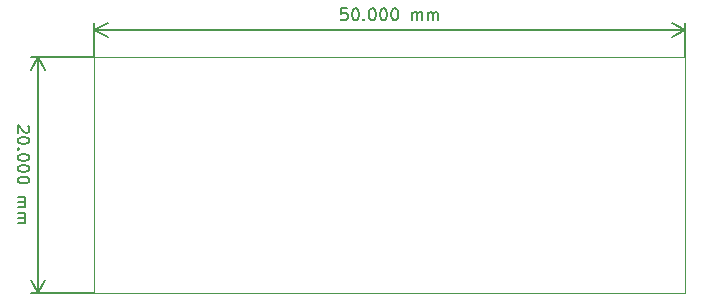
<source format=gbr>
%TF.GenerationSoftware,KiCad,Pcbnew,5.1.9*%
%TF.CreationDate,2021-02-16T17:41:26+03:00*%
%TF.ProjectId,dual-mcp3201-pmod,6475616c-2d6d-4637-9033-3230312d706d,rev?*%
%TF.SameCoordinates,PX4c4b400PY8583b00*%
%TF.FileFunction,OtherDrawing,Comment*%
%FSLAX46Y46*%
G04 Gerber Fmt 4.6, Leading zero omitted, Abs format (unit mm)*
G04 Created by KiCad (PCBNEW 5.1.9) date 2021-02-16 17:41:26*
%MOMM*%
%LPD*%
G01*
G04 APERTURE LIST*
%ADD10C,0.150000*%
%TA.AperFunction,Profile*%
%ADD11C,0.050000*%
%TD*%
G04 APERTURE END LIST*
D10*
X-5597619Y14142858D02*
X-5549999Y14095239D01*
X-5502380Y14000000D01*
X-5502380Y13761905D01*
X-5549999Y13666667D01*
X-5597619Y13619048D01*
X-5692857Y13571429D01*
X-5788095Y13571429D01*
X-5930952Y13619048D01*
X-6502380Y14190477D01*
X-6502380Y13571429D01*
X-5502380Y12952381D02*
X-5502380Y12857143D01*
X-5549999Y12761905D01*
X-5597619Y12714286D01*
X-5692857Y12666667D01*
X-5883333Y12619048D01*
X-6121428Y12619048D01*
X-6311904Y12666667D01*
X-6407142Y12714286D01*
X-6454761Y12761905D01*
X-6502380Y12857143D01*
X-6502380Y12952381D01*
X-6454761Y13047620D01*
X-6407142Y13095239D01*
X-6311904Y13142858D01*
X-6121428Y13190477D01*
X-5883333Y13190477D01*
X-5692857Y13142858D01*
X-5597619Y13095239D01*
X-5549999Y13047620D01*
X-5502380Y12952381D01*
X-6407142Y12190477D02*
X-6454761Y12142858D01*
X-6502380Y12190477D01*
X-6454761Y12238096D01*
X-6407142Y12190477D01*
X-6502380Y12190477D01*
X-5502380Y11523810D02*
X-5502380Y11428572D01*
X-5549999Y11333334D01*
X-5597619Y11285715D01*
X-5692857Y11238096D01*
X-5883333Y11190477D01*
X-6121428Y11190477D01*
X-6311904Y11238096D01*
X-6407142Y11285715D01*
X-6454761Y11333334D01*
X-6502380Y11428572D01*
X-6502380Y11523810D01*
X-6454761Y11619048D01*
X-6407142Y11666667D01*
X-6311904Y11714286D01*
X-6121428Y11761905D01*
X-5883333Y11761905D01*
X-5692857Y11714286D01*
X-5597619Y11666667D01*
X-5549999Y11619048D01*
X-5502380Y11523810D01*
X-5502380Y10571429D02*
X-5502380Y10476191D01*
X-5549999Y10380953D01*
X-5597619Y10333334D01*
X-5692857Y10285715D01*
X-5883333Y10238096D01*
X-6121428Y10238096D01*
X-6311904Y10285715D01*
X-6407142Y10333334D01*
X-6454761Y10380953D01*
X-6502380Y10476191D01*
X-6502380Y10571429D01*
X-6454761Y10666667D01*
X-6407142Y10714286D01*
X-6311904Y10761905D01*
X-6121428Y10809524D01*
X-5883333Y10809524D01*
X-5692857Y10761905D01*
X-5597619Y10714286D01*
X-5549999Y10666667D01*
X-5502380Y10571429D01*
X-5502380Y9619048D02*
X-5502380Y9523810D01*
X-5549999Y9428572D01*
X-5597619Y9380953D01*
X-5692857Y9333334D01*
X-5883333Y9285715D01*
X-6121428Y9285715D01*
X-6311904Y9333334D01*
X-6407142Y9380953D01*
X-6454761Y9428572D01*
X-6502380Y9523810D01*
X-6502380Y9619048D01*
X-6454761Y9714286D01*
X-6407142Y9761905D01*
X-6311904Y9809524D01*
X-6121428Y9857143D01*
X-5883333Y9857143D01*
X-5692857Y9809524D01*
X-5597619Y9761905D01*
X-5549999Y9714286D01*
X-5502380Y9619048D01*
X-6502380Y8095239D02*
X-5835714Y8095239D01*
X-5930952Y8095239D02*
X-5883333Y8047620D01*
X-5835714Y7952381D01*
X-5835714Y7809524D01*
X-5883333Y7714286D01*
X-5978571Y7666667D01*
X-6502380Y7666667D01*
X-5978571Y7666667D02*
X-5883333Y7619048D01*
X-5835714Y7523810D01*
X-5835714Y7380953D01*
X-5883333Y7285715D01*
X-5978571Y7238096D01*
X-6502380Y7238096D01*
X-6502380Y6761905D02*
X-5835714Y6761905D01*
X-5930952Y6761905D02*
X-5883333Y6714286D01*
X-5835714Y6619048D01*
X-5835714Y6476191D01*
X-5883333Y6380953D01*
X-5978571Y6333334D01*
X-6502380Y6333334D01*
X-5978571Y6333334D02*
X-5883333Y6285715D01*
X-5835714Y6190477D01*
X-5835714Y6047620D01*
X-5883333Y5952381D01*
X-5978571Y5904762D01*
X-6502380Y5904762D01*
X-4749999Y20000000D02*
X-4749999Y0D01*
X0Y20000000D02*
X-5336420Y20000000D01*
X0Y0D02*
X-5336420Y0D01*
X-4749999Y0D02*
X-5336420Y1126504D01*
X-4749999Y0D02*
X-4163578Y1126504D01*
X-4749999Y20000000D02*
X-5336420Y18873496D01*
X-4749999Y20000000D02*
X-4163578Y18873496D01*
X21380952Y24097620D02*
X20904761Y24097620D01*
X20857142Y23621429D01*
X20904761Y23669048D01*
X21000000Y23716667D01*
X21238095Y23716667D01*
X21333333Y23669048D01*
X21380952Y23621429D01*
X21428571Y23526191D01*
X21428571Y23288096D01*
X21380952Y23192858D01*
X21333333Y23145239D01*
X21238095Y23097620D01*
X21000000Y23097620D01*
X20904761Y23145239D01*
X20857142Y23192858D01*
X22047619Y24097620D02*
X22142857Y24097620D01*
X22238095Y24050000D01*
X22285714Y24002381D01*
X22333333Y23907143D01*
X22380952Y23716667D01*
X22380952Y23478572D01*
X22333333Y23288096D01*
X22285714Y23192858D01*
X22238095Y23145239D01*
X22142857Y23097620D01*
X22047619Y23097620D01*
X21952380Y23145239D01*
X21904761Y23192858D01*
X21857142Y23288096D01*
X21809523Y23478572D01*
X21809523Y23716667D01*
X21857142Y23907143D01*
X21904761Y24002381D01*
X21952380Y24050000D01*
X22047619Y24097620D01*
X22809523Y23192858D02*
X22857142Y23145239D01*
X22809523Y23097620D01*
X22761904Y23145239D01*
X22809523Y23192858D01*
X22809523Y23097620D01*
X23476190Y24097620D02*
X23571428Y24097620D01*
X23666666Y24050000D01*
X23714285Y24002381D01*
X23761904Y23907143D01*
X23809523Y23716667D01*
X23809523Y23478572D01*
X23761904Y23288096D01*
X23714285Y23192858D01*
X23666666Y23145239D01*
X23571428Y23097620D01*
X23476190Y23097620D01*
X23380952Y23145239D01*
X23333333Y23192858D01*
X23285714Y23288096D01*
X23238095Y23478572D01*
X23238095Y23716667D01*
X23285714Y23907143D01*
X23333333Y24002381D01*
X23380952Y24050000D01*
X23476190Y24097620D01*
X24428571Y24097620D02*
X24523809Y24097620D01*
X24619047Y24050000D01*
X24666666Y24002381D01*
X24714285Y23907143D01*
X24761904Y23716667D01*
X24761904Y23478572D01*
X24714285Y23288096D01*
X24666666Y23192858D01*
X24619047Y23145239D01*
X24523809Y23097620D01*
X24428571Y23097620D01*
X24333333Y23145239D01*
X24285714Y23192858D01*
X24238095Y23288096D01*
X24190476Y23478572D01*
X24190476Y23716667D01*
X24238095Y23907143D01*
X24285714Y24002381D01*
X24333333Y24050000D01*
X24428571Y24097620D01*
X25380952Y24097620D02*
X25476190Y24097620D01*
X25571428Y24050000D01*
X25619047Y24002381D01*
X25666666Y23907143D01*
X25714285Y23716667D01*
X25714285Y23478572D01*
X25666666Y23288096D01*
X25619047Y23192858D01*
X25571428Y23145239D01*
X25476190Y23097620D01*
X25380952Y23097620D01*
X25285714Y23145239D01*
X25238095Y23192858D01*
X25190476Y23288096D01*
X25142857Y23478572D01*
X25142857Y23716667D01*
X25190476Y23907143D01*
X25238095Y24002381D01*
X25285714Y24050000D01*
X25380952Y24097620D01*
X26904761Y23097620D02*
X26904761Y23764286D01*
X26904761Y23669048D02*
X26952380Y23716667D01*
X27047619Y23764286D01*
X27190476Y23764286D01*
X27285714Y23716667D01*
X27333333Y23621429D01*
X27333333Y23097620D01*
X27333333Y23621429D02*
X27380952Y23716667D01*
X27476190Y23764286D01*
X27619047Y23764286D01*
X27714285Y23716667D01*
X27761904Y23621429D01*
X27761904Y23097620D01*
X28238095Y23097620D02*
X28238095Y23764286D01*
X28238095Y23669048D02*
X28285714Y23716667D01*
X28380952Y23764286D01*
X28523809Y23764286D01*
X28619047Y23716667D01*
X28666666Y23621429D01*
X28666666Y23097620D01*
X28666666Y23621429D02*
X28714285Y23716667D01*
X28809523Y23764286D01*
X28952380Y23764286D01*
X29047619Y23716667D01*
X29095238Y23621429D01*
X29095238Y23097620D01*
X0Y22250000D02*
X50000000Y22250000D01*
X0Y20000000D02*
X0Y22836421D01*
X50000000Y20000000D02*
X50000000Y22836421D01*
X50000000Y22250000D02*
X48873496Y21663579D01*
X50000000Y22250000D02*
X48873496Y22836421D01*
X0Y22250000D02*
X1126504Y21663579D01*
X0Y22250000D02*
X1126504Y22836421D01*
D11*
X50000000Y20000000D02*
X0Y20000000D01*
X50000000Y0D02*
X50000000Y20000000D01*
X0Y0D02*
X50000000Y0D01*
X0Y20000000D02*
X0Y0D01*
M02*

</source>
